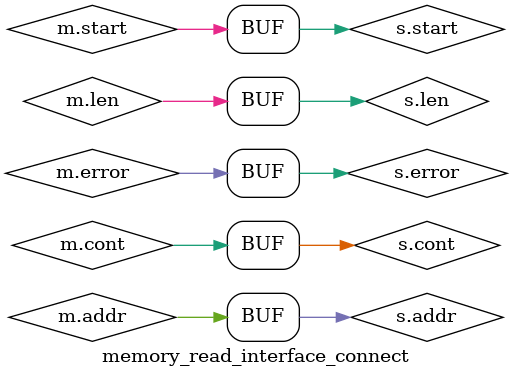
<source format=sv>
/*
 * Copyright (c) 2023 Robert Drehmel
 *
 * Licensed under the Apache License, Version 2.0 (the "License");
 * you may not use this file except in compliance with the License.
 * You may obtain a copy of the License at
 *
 *     http://www.apache.org/licenses/LICENSE-2.0
 *
 * Unless required by applicable law or agreed to in writing, software
 * distributed under the License is distributed on an "AS IS" BASIS,
 * WITHOUT WARRANTIES OR CONDITIONS OF ANY KIND, either express or implied.
 * See the License for the specific language governing permissions and
 * limitations under the License.
 */
module memory_read_interface_connect(
	memory_read_interface.master m,
	memory_read_interface.slave s
);

assign m.addr = s.addr;
assign m.len = s.len;
assign m.start = s.start;
assign m.cont = s.cont;
assign s.busy = m.busy;
assign s.done = m.done;
assign s.error = m.error;

endmodule

</source>
